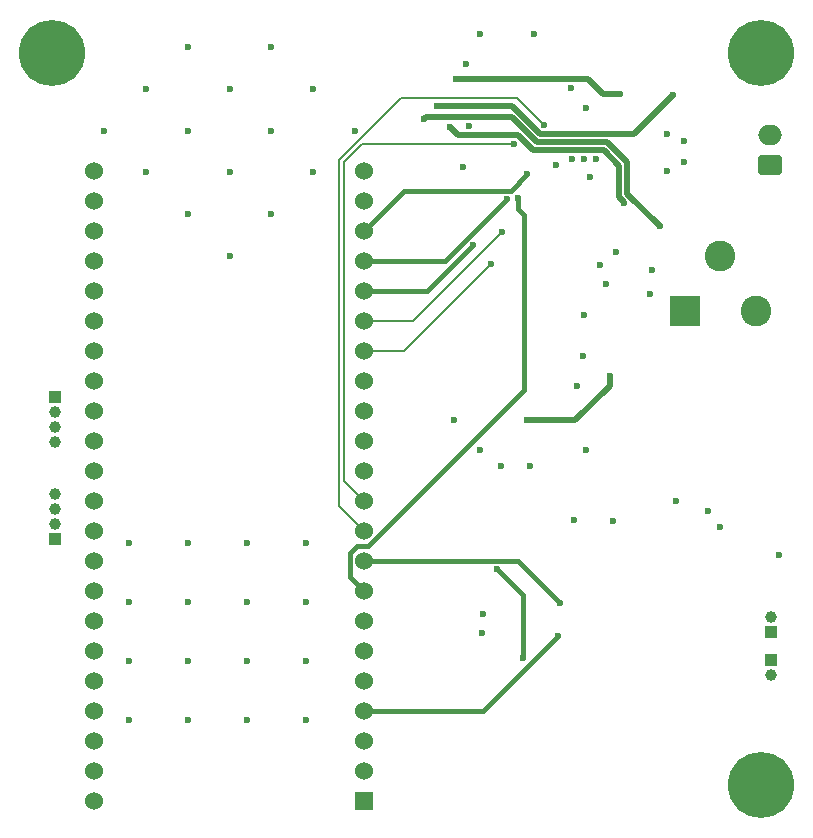
<source format=gbr>
%TF.GenerationSoftware,KiCad,Pcbnew,9.0.4*%
%TF.CreationDate,2025-10-21T16:10:30+02:00*%
%TF.ProjectId,Nomad,4e6f6d61-642e-46b6-9963-61645f706362,rev?*%
%TF.SameCoordinates,Original*%
%TF.FileFunction,Copper,L4,Bot*%
%TF.FilePolarity,Positive*%
%FSLAX46Y46*%
G04 Gerber Fmt 4.6, Leading zero omitted, Abs format (unit mm)*
G04 Created by KiCad (PCBNEW 9.0.4) date 2025-10-21 16:10:30*
%MOMM*%
%LPD*%
G01*
G04 APERTURE LIST*
G04 Aperture macros list*
%AMRoundRect*
0 Rectangle with rounded corners*
0 $1 Rounding radius*
0 $2 $3 $4 $5 $6 $7 $8 $9 X,Y pos of 4 corners*
0 Add a 4 corners polygon primitive as box body*
4,1,4,$2,$3,$4,$5,$6,$7,$8,$9,$2,$3,0*
0 Add four circle primitives for the rounded corners*
1,1,$1+$1,$2,$3*
1,1,$1+$1,$4,$5*
1,1,$1+$1,$6,$7*
1,1,$1+$1,$8,$9*
0 Add four rect primitives between the rounded corners*
20,1,$1+$1,$2,$3,$4,$5,0*
20,1,$1+$1,$4,$5,$6,$7,0*
20,1,$1+$1,$6,$7,$8,$9,0*
20,1,$1+$1,$8,$9,$2,$3,0*%
G04 Aperture macros list end*
%TA.AperFunction,ComponentPad*%
%ADD10RoundRect,0.250000X0.750000X-0.600000X0.750000X0.600000X-0.750000X0.600000X-0.750000X-0.600000X0*%
%TD*%
%TA.AperFunction,ComponentPad*%
%ADD11O,2.000000X1.700000*%
%TD*%
%TA.AperFunction,ComponentPad*%
%ADD12R,1.530000X1.530000*%
%TD*%
%TA.AperFunction,ComponentPad*%
%ADD13C,1.530000*%
%TD*%
%TA.AperFunction,ComponentPad*%
%ADD14C,5.600000*%
%TD*%
%TA.AperFunction,ComponentPad*%
%ADD15R,1.000000X1.000000*%
%TD*%
%TA.AperFunction,ComponentPad*%
%ADD16C,1.000000*%
%TD*%
%TA.AperFunction,ComponentPad*%
%ADD17R,2.600000X2.600000*%
%TD*%
%TA.AperFunction,ComponentPad*%
%ADD18C,2.600000*%
%TD*%
%TA.AperFunction,ViaPad*%
%ADD19C,0.600000*%
%TD*%
%TA.AperFunction,Conductor*%
%ADD20C,0.200000*%
%TD*%
%TA.AperFunction,Conductor*%
%ADD21C,0.500000*%
%TD*%
%TA.AperFunction,Conductor*%
%ADD22C,0.400000*%
%TD*%
G04 APERTURE END LIST*
D10*
%TO.P,LS1,1,1*%
%TO.N,/VSNS_P*%
X136750000Y-50500000D03*
D11*
%TO.P,LS1,2,2*%
%TO.N,/VSNS_N*%
X136750000Y-48000000D03*
%TD*%
D12*
%TO.P,U6,J1_1,3V3*%
%TO.N,3.3V*%
X102360000Y-104340000D03*
D13*
%TO.P,U6,J1_2,3V3*%
X102360001Y-101800000D03*
%TO.P,U6,J1_3,RST*%
%TO.N,unconnected-(U6-RST-PadJ1_3)*%
X102360000Y-99260000D03*
%TO.P,U6,J1_4,GPIO4*%
%TO.N,AIN1*%
X102360000Y-96720000D03*
%TO.P,U6,J1_5,GPIO5*%
%TO.N,AIN2*%
X102360000Y-94180000D03*
%TO.P,U6,J1_6,GPIO6*%
%TO.N,BIN1*%
X102360000Y-91640001D03*
%TO.P,U6,J1_7,GPIO7*%
%TO.N,BIN2*%
X102360000Y-89099999D03*
%TO.P,U6,J1_8,GPIO15*%
%TO.N,FSYNC*%
X102360000Y-86560000D03*
%TO.P,U6,J1_9,GPIO16*%
%TO.N,STBY*%
X102360000Y-84020000D03*
%TO.P,U6,J1_10,GPIO17*%
%TO.N,SDZ*%
X102360000Y-81480000D03*
%TO.P,U6,J1_11,GPIO18*%
%TO.N,IRQZ*%
X102360000Y-78939999D03*
%TO.P,U6,J1_12,GPIO8*%
%TO.N,PWMA*%
X102360000Y-76400000D03*
%TO.P,U6,J1_13,GPIO3*%
%TO.N,Echo_cap_2*%
X102360000Y-73860000D03*
%TO.P,U6,J1_14,GPIO46*%
%TO.N,unconnected-(U6-GPIO46-PadJ1_14)*%
X102360000Y-71320000D03*
%TO.P,U6,J1_15,GPIO9*%
%TO.N,PWMB*%
X102360000Y-68780001D03*
%TO.P,U6,J1_16,GPIO10*%
%TO.N,SDA*%
X102360000Y-66239999D03*
%TO.P,U6,J1_17,GPIO11*%
%TO.N,SCL*%
X102360000Y-63700000D03*
%TO.P,U6,J1_18,GPIO12*%
%TO.N,SDOUT*%
X102360000Y-61160000D03*
%TO.P,U6,J1_19,GPIO13*%
%TO.N,SDIN*%
X102360000Y-58620000D03*
%TO.P,U6,J1_20,GPIO14*%
%TO.N,SBCLK*%
X102360000Y-56079999D03*
%TO.P,U6,J1_21,5V0*%
%TO.N,5V*%
X102360000Y-53540000D03*
%TO.P,U6,J1_22,GND*%
%TO.N,GND*%
X102360000Y-51000000D03*
%TO.P,U6,J3_1,GND*%
X79500000Y-104340000D03*
%TO.P,U6,J3_2,U0TXD/GPIO43*%
%TO.N,unconnected-(U6-U0TXD{slash}GPIO43-PadJ3_2)*%
X79499999Y-101800000D03*
%TO.P,U6,J3_3,U0RXD/GPIO44*%
%TO.N,unconnected-(U6-U0RXD{slash}GPIO44-PadJ3_3)*%
X79500000Y-99260000D03*
%TO.P,U6,J3_4,GPIO1*%
%TO.N,Echo_cap_1*%
X79500000Y-96720000D03*
%TO.P,U6,J3_5,GPIO2*%
%TO.N,Trig_cap_2*%
X79500000Y-94180000D03*
%TO.P,U6,J3_6,MTMS/GPIO42*%
%TO.N,unconnected-(U6-MTMS{slash}GPIO42-PadJ3_6)*%
X79500000Y-91640001D03*
%TO.P,U6,J3_7,MTDI/GPIO41*%
%TO.N,unconnected-(U6-MTDI{slash}GPIO41-PadJ3_7)*%
X79500000Y-89099999D03*
%TO.P,U6,J3_8,MTDO/GPIO40*%
%TO.N,unconnected-(U6-MTDO{slash}GPIO40-PadJ3_8)*%
X79500000Y-86560000D03*
%TO.P,U6,J3_9,MTCK/GPIO39*%
%TO.N,unconnected-(U6-MTCK{slash}GPIO39-PadJ3_9)*%
X79500000Y-84020000D03*
%TO.P,U6,J3_10,GPIO38*%
%TO.N,unconnected-(U6-GPIO38-PadJ3_10)*%
X79500000Y-81480000D03*
%TO.P,U6,J3_11,GPIO37*%
%TO.N,unconnected-(U6-GPIO37-PadJ3_11)*%
X79500000Y-78939999D03*
%TO.P,U6,J3_12,GPIO36*%
%TO.N,unconnected-(U6-GPIO36-PadJ3_12)*%
X79500000Y-76400000D03*
%TO.P,U6,J3_13,GPIO35*%
%TO.N,unconnected-(U6-GPIO35-PadJ3_13)*%
X79500000Y-73860000D03*
%TO.P,U6,J3_14,GPIO0*%
%TO.N,Trig_cap_1*%
X79500000Y-71320000D03*
%TO.P,U6,J3_15,GPIO45*%
%TO.N,unconnected-(U6-GPIO45-PadJ3_15)*%
X79500000Y-68780001D03*
%TO.P,U6,J3_16,GPIO48*%
%TO.N,unconnected-(U6-GPIO48-PadJ3_16)*%
X79500000Y-66239999D03*
%TO.P,U6,J3_17,GPIO47*%
%TO.N,unconnected-(U6-GPIO47-PadJ3_17)*%
X79500000Y-63700000D03*
%TO.P,U6,J3_18,GPIO21*%
%TO.N,unconnected-(U6-GPIO21-PadJ3_18)*%
X79500000Y-61160000D03*
%TO.P,U6,J3_19,USB_D+/GPIO20*%
%TO.N,unconnected-(U6-USB_D+{slash}GPIO20-PadJ3_19)*%
X79500000Y-58620000D03*
%TO.P,U6,J3_20,USB_D-/GPIO19*%
%TO.N,unconnected-(U6-USB_D-{slash}GPIO19-PadJ3_20)*%
X79500000Y-56079999D03*
%TO.P,U6,J3_21,GND*%
%TO.N,GND*%
X79500000Y-53540000D03*
%TO.P,U6,J3_22,GND*%
X79500000Y-51000000D03*
%TD*%
D14*
%TO.P,H1,1,1*%
%TO.N,GND*%
X136000000Y-41000000D03*
%TD*%
%TO.P,H2,1,1*%
%TO.N,GND*%
X136000000Y-103000000D03*
%TD*%
D15*
%TO.P,J3,1,Pin_1*%
%TO.N,5V*%
X76225000Y-70160000D03*
D16*
%TO.P,J3,2,Pin_2*%
%TO.N,Trig_cap_1*%
X76225000Y-71430001D03*
%TO.P,J3,3,Pin_3*%
%TO.N,Echo_cap_1*%
X76225000Y-72700000D03*
%TO.P,J3,4,Pin_4*%
%TO.N,GND*%
X76225000Y-73970000D03*
%TD*%
D14*
%TO.P,H3,1,1*%
%TO.N,GND*%
X76000000Y-41000000D03*
%TD*%
D15*
%TO.P,J2,1,Pin_1*%
%TO.N,5V*%
X76175000Y-82210000D03*
D16*
%TO.P,J2,2,Pin_2*%
%TO.N,Trig_cap_2*%
X76175000Y-80939999D03*
%TO.P,J2,3,Pin_3*%
%TO.N,Echo_cap_2*%
X76175000Y-79670000D03*
%TO.P,J2,4,Pin_4*%
%TO.N,GND*%
X76175000Y-78400000D03*
%TD*%
D15*
%TO.P,J5,1,Pin_1*%
%TO.N,AO2*%
X136800000Y-92400000D03*
D16*
%TO.P,J5,2,Pin_2*%
%TO.N,AO1*%
X136800000Y-93670001D03*
%TD*%
D15*
%TO.P,J4,1,Pin_1*%
%TO.N,BO2*%
X136800000Y-90035000D03*
D16*
%TO.P,J4,2,Pin_2*%
%TO.N,BO1*%
X136800000Y-88764999D03*
%TD*%
D17*
%TO.P,J1,1*%
%TO.N,Net-(D1-A)*%
X129550000Y-62900000D03*
D18*
%TO.P,J1,2*%
%TO.N,GND*%
X135550000Y-62900000D03*
%TO.P,J1,3*%
%TO.N,N/C*%
X132550000Y-58200000D03*
%TD*%
D19*
%TO.N,GND*%
X94535534Y-40535534D03*
X91000000Y-58213203D03*
X98071068Y-51142136D03*
X87464466Y-54677670D03*
X101606602Y-47606602D03*
X83928932Y-44071068D03*
X87464466Y-47606602D03*
X94535534Y-47606602D03*
X83928932Y-51142136D03*
X91000000Y-44071068D03*
X98071068Y-44071068D03*
X80393398Y-47606602D03*
X94535534Y-54677670D03*
X87464466Y-40535534D03*
X91000000Y-51142136D03*
%TO.N,IRQZ*%
X115079991Y-48729699D03*
%TO.N,12V*%
X111000000Y-42000000D03*
X120400000Y-69200000D03*
X128800000Y-79000000D03*
X120200000Y-80600000D03*
%TO.N,GND*%
X97500000Y-87500000D03*
X87500000Y-82500000D03*
X123736650Y-57878950D03*
X119900000Y-44000000D03*
X97500000Y-97500000D03*
X129500000Y-48500000D03*
X111230707Y-47228699D03*
X118600000Y-50550000D03*
X121200000Y-74637501D03*
X110800000Y-50700000D03*
X128051841Y-51051841D03*
X92500000Y-87500000D03*
X123450999Y-80635001D03*
X137543749Y-83550000D03*
X112431250Y-88512500D03*
X121200000Y-45700000D03*
X112215000Y-74637502D03*
X112203192Y-39417299D03*
X87500000Y-87500000D03*
X97500000Y-92500000D03*
X82500000Y-87500000D03*
X116800000Y-39400000D03*
X121000000Y-63200000D03*
X126794600Y-59360201D03*
X116400000Y-76000000D03*
X82500000Y-97500000D03*
X114000000Y-76000000D03*
X92500000Y-82500000D03*
X87500000Y-92500000D03*
X128000000Y-47862501D03*
X82500000Y-92500000D03*
X87500000Y-97500000D03*
X92500000Y-92500000D03*
X97500000Y-82500000D03*
X92500000Y-97500000D03*
X129500000Y-50274999D03*
X82500000Y-82500000D03*
X120950000Y-66700000D03*
%TO.N,5V*%
X122850000Y-60600000D03*
X116200000Y-72124999D03*
X122336650Y-58953950D03*
X123200000Y-68400000D03*
X110024999Y-72124999D03*
%TO.N,1.8V*%
X121500000Y-51500000D03*
X121000000Y-50000400D03*
X120000000Y-50000400D03*
X122000000Y-50000400D03*
X132494749Y-81200000D03*
%TO.N,3.3V*%
X126554800Y-61400000D03*
X112393750Y-90112500D03*
X131493749Y-79825000D03*
%TO.N,/OUT_P*%
X109639109Y-47300000D03*
X124362500Y-53712500D03*
%TO.N,/OUT_N*%
X124050000Y-44500000D03*
X110200000Y-43225000D03*
%TO.N,/VSNS_P*%
X107500000Y-46600000D03*
X127400000Y-55700000D03*
%TO.N,/VSNS_N*%
X128500000Y-44600000D03*
X108600000Y-45475000D03*
%TO.N,SDZ*%
X117596808Y-47097400D03*
%TO.N,SDIN*%
X114490636Y-53390636D03*
%TO.N,AIN1*%
X118800000Y-90400000D03*
%TO.N,STBY*%
X119000000Y-87600000D03*
%TO.N,SCL*%
X114062500Y-56162500D03*
%TO.N,SDA*%
X113100000Y-58900000D03*
%TO.N,SBCLK*%
X116200000Y-51300000D03*
%TO.N,FSYNC*%
X115399807Y-53300000D03*
%TO.N,SDOUT*%
X111573404Y-57323404D03*
%TO.N,PWMA*%
X115851640Y-92274685D03*
X113650000Y-84720000D03*
%TD*%
D20*
%TO.N,SDA*%
X105760001Y-66239999D02*
X113100000Y-58900000D01*
X102360000Y-66239999D02*
X105760001Y-66239999D01*
%TO.N,SCL*%
X106525000Y-63700000D02*
X102360000Y-63700000D01*
X114062500Y-56162500D02*
X106525000Y-63700000D01*
%TO.N,SDZ*%
X100299000Y-79419000D02*
X102360000Y-81480000D01*
X105508900Y-44874000D02*
X100299000Y-50083900D01*
X100299000Y-50083900D02*
X100299000Y-79419000D01*
X115373408Y-44874000D02*
X105508900Y-44874000D01*
X117596808Y-47097400D02*
X115373408Y-44874000D01*
%TO.N,IRQZ*%
X100700000Y-50250000D02*
X100700000Y-77279999D01*
X102220301Y-48729699D02*
X100700000Y-50250000D01*
X115079991Y-48729699D02*
X102220301Y-48729699D01*
X100700000Y-77279999D02*
X102360000Y-78939999D01*
D21*
%TO.N,5V*%
X120275001Y-72124999D02*
X116200000Y-72124999D01*
X123200000Y-69200000D02*
X120275001Y-72124999D01*
X123200000Y-68400000D02*
X123200000Y-69200000D01*
%TO.N,/OUT_P*%
X110317808Y-47978699D02*
X115433304Y-47978699D01*
X122659036Y-49250400D02*
X123972575Y-50563939D01*
X124350000Y-53629289D02*
X124350000Y-53700000D01*
X115433304Y-47978699D02*
X116705005Y-49250400D01*
X109639109Y-47300000D02*
X110317808Y-47978699D01*
X123972575Y-53251864D02*
X124350000Y-53629289D01*
X123972575Y-50563939D02*
X123972575Y-53251864D01*
X124350000Y-53700000D02*
X124362500Y-53712500D01*
X116705005Y-49250400D02*
X122659036Y-49250400D01*
%TO.N,/OUT_N*%
X121325000Y-43225000D02*
X110200000Y-43225000D01*
X122600000Y-44500000D02*
X121325000Y-43225000D01*
X124050000Y-44500000D02*
X122600000Y-44500000D01*
%TO.N,/VSNS_P*%
X116995369Y-48549400D02*
X122949400Y-48549400D01*
X124673575Y-52961500D02*
X127400000Y-55687925D01*
X114888382Y-46442413D02*
X116995369Y-48549400D01*
X124673575Y-50273575D02*
X124673575Y-52961500D01*
X107500000Y-46600000D02*
X107657587Y-46442413D01*
X127400000Y-55687925D02*
X127400000Y-55700000D01*
X107657587Y-46442413D02*
X114888382Y-46442413D01*
X122949400Y-48549400D02*
X124673575Y-50273575D01*
%TO.N,/VSNS_N*%
X114912333Y-45475000D02*
X117285733Y-47848400D01*
X125251600Y-47848400D02*
X128500000Y-44600000D01*
X117285733Y-47848400D02*
X125251600Y-47848400D01*
X108600000Y-45475000D02*
X114912333Y-45475000D01*
D22*
%TO.N,SDIN*%
X109261273Y-58620000D02*
X102360000Y-58620000D01*
X114490636Y-53390636D02*
X109261273Y-58620000D01*
%TO.N,AIN1*%
X112480000Y-96720000D02*
X102360000Y-96720000D01*
X118800000Y-90400000D02*
X112480000Y-96720000D01*
%TO.N,STBY*%
X115420000Y-84020000D02*
X102360000Y-84020000D01*
X119000000Y-87600000D02*
X115420000Y-84020000D01*
%TO.N,SBCLK*%
X105750363Y-52689636D02*
X114810364Y-52689636D01*
X102360000Y-56079999D02*
X105750363Y-52689636D01*
X114810364Y-52689636D02*
X116200000Y-51300000D01*
%TO.N,FSYNC*%
X115399807Y-53300000D02*
X115416806Y-53316999D01*
X115416806Y-54200442D02*
X115926000Y-54709636D01*
X115926000Y-54709636D02*
X115926000Y-69574000D01*
X115926000Y-69574000D02*
X102738487Y-82761513D01*
X101761513Y-82761513D02*
X101194000Y-83329026D01*
X102738487Y-82761513D02*
X101761513Y-82761513D01*
X115416806Y-53316999D02*
X115416806Y-54200442D01*
X101194000Y-85394000D02*
X102360000Y-86560000D01*
X101194000Y-83329026D02*
X101194000Y-85394000D01*
%TO.N,SDOUT*%
X102360000Y-61160000D02*
X107736808Y-61160000D01*
X107736808Y-61160000D02*
X111573404Y-57323404D01*
%TO.N,PWMA*%
X115851640Y-92274685D02*
X115851640Y-86921640D01*
X115851640Y-86921640D02*
X113650000Y-84720000D01*
%TD*%
M02*

</source>
